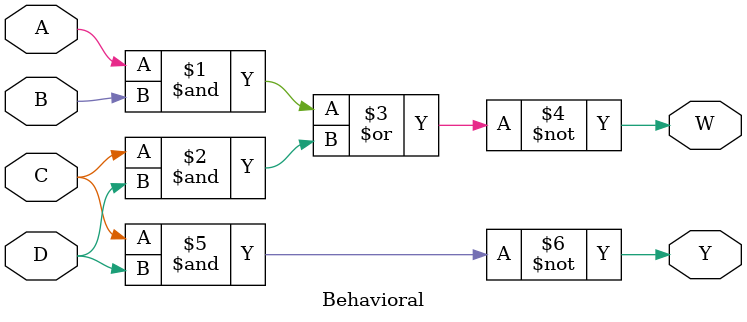
<source format=v>
module Behavioral(
	input A,
	input B,
	input C,
	input D,
	output W,
	output Y
);

	assign W = ~((A & B) | (C & D));
	assign Y = ~(C & D);

endmodule

</source>
